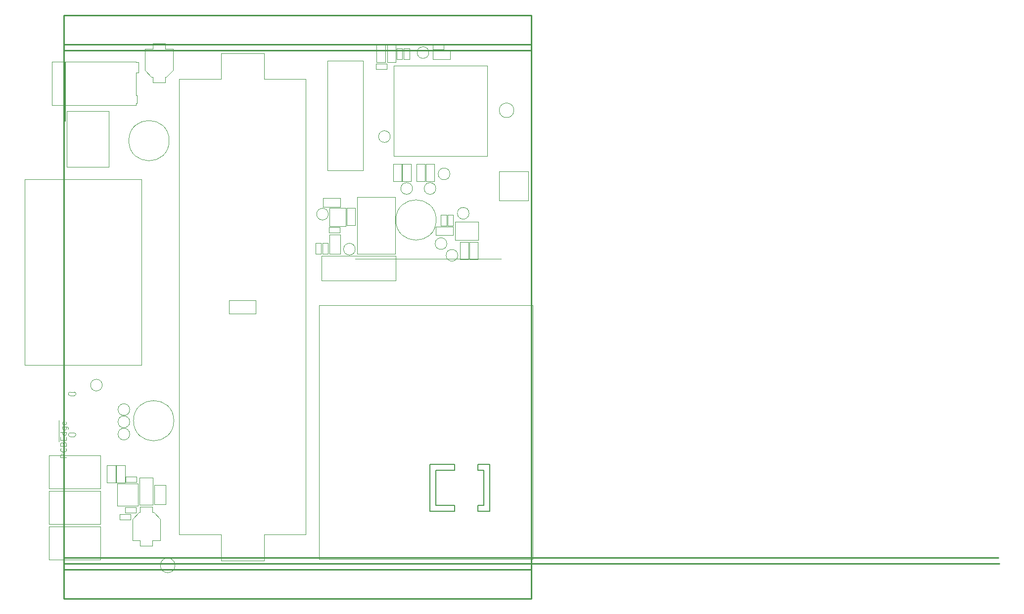
<source format=gbr>
G04 #@! TF.GenerationSoftware,KiCad,Pcbnew,5.1.5+dfsg1-2build2*
G04 #@! TF.CreationDate,2021-09-29T14:40:33+01:00*
G04 #@! TF.ProjectId,OSM_env01,4f534d5f-656e-4763-9031-2e6b69636164,B*
G04 #@! TF.SameCoordinates,Original*
G04 #@! TF.FileFunction,Other,User*
%FSLAX46Y46*%
G04 Gerber Fmt 4.6, Leading zero omitted, Abs format (unit mm)*
G04 Created by KiCad (PCBNEW 5.1.5+dfsg1-2build2) date 2021-09-29 14:40:33*
%MOMM*%
%LPD*%
G04 APERTURE LIST*
%ADD10C,0.150000*%
%ADD11C,0.254000*%
%ADD12C,0.100000*%
%ADD13C,0.050000*%
G04 APERTURE END LIST*
D10*
X155600000Y-113200000D02*
X155600000Y-105200000D01*
X153600000Y-105200000D02*
X155600000Y-105200000D01*
X153600000Y-113200000D02*
X153600000Y-112200000D01*
X153600000Y-113200000D02*
X155600000Y-113200000D01*
X145400000Y-113200000D02*
X145400000Y-105200000D01*
X153600000Y-106200000D02*
X153600000Y-105200000D01*
X149600000Y-106200000D02*
X149600000Y-105200000D01*
X149600000Y-113200000D02*
X145400000Y-113200000D01*
X149600000Y-112200000D02*
X149600000Y-113200000D01*
X147400000Y-112200000D02*
X149600000Y-112200000D01*
X147400000Y-106200000D02*
X149600000Y-106200000D01*
X146400000Y-106200000D02*
X147400000Y-106200000D01*
X146400000Y-112200000D02*
X146400000Y-106200000D01*
X147400000Y-112200000D02*
X146400000Y-112200000D01*
X149600000Y-105200000D02*
X145400000Y-105200000D01*
X153600000Y-112200000D02*
X154600000Y-112200000D01*
X153600000Y-106200000D02*
X154600000Y-106200000D01*
X154600000Y-112200000D02*
X154600000Y-106200000D01*
D11*
X82800000Y-122200000D02*
X242800000Y-122200000D01*
X82700000Y-34200000D02*
X162700000Y-34200000D01*
D12*
X132600000Y-70000000D02*
X157600000Y-70000000D01*
D11*
X82700000Y-33200000D02*
X162700000Y-33200000D01*
X82700000Y-123200000D02*
X162700000Y-123200000D01*
X162700000Y-128200000D02*
X162700000Y-28200000D01*
X82700000Y-128200000D02*
X82700000Y-28200000D01*
D10*
X83000000Y-36300000D02*
X83000000Y-46300000D01*
D11*
X82700000Y-121200000D02*
X242700000Y-121200000D01*
X82700000Y-28200000D02*
X162700000Y-28200000D01*
X82700000Y-128200000D02*
X162700000Y-128200000D01*
D12*
X139200000Y-52350000D02*
X139200000Y-36850000D01*
X155200000Y-36850000D02*
X155200000Y-52350000D01*
X139200000Y-36850000D02*
X155200000Y-36850000D01*
X155200000Y-52350000D02*
X139200000Y-52350000D01*
D13*
X128000000Y-62300000D02*
G75*
G03X128000000Y-62300000I-1000000J0D01*
G01*
X148280000Y-67350000D02*
G75*
G03X148280000Y-67350000I-1000000J0D01*
G01*
X152080000Y-62150000D02*
G75*
G03X152080000Y-62150000I-1000000J0D01*
G01*
X150150000Y-69350000D02*
G75*
G03X150150000Y-69350000I-1000000J0D01*
G01*
X139550000Y-69450000D02*
X126800000Y-69450000D01*
X139550000Y-73650000D02*
X139550000Y-69450000D01*
X126800000Y-73650000D02*
X139550000Y-73650000D01*
X126800000Y-69450000D02*
X126800000Y-73650000D01*
X101550000Y-97700000D02*
G75*
G03X101550000Y-97700000I-3450000J0D01*
G01*
X146450000Y-63300000D02*
G75*
G03X146450000Y-63300000I-3450000J0D01*
G01*
X100750000Y-49700000D02*
G75*
G03X100750000Y-49700000I-3450000J0D01*
G01*
X162950000Y-121450000D02*
X162950000Y-77950000D01*
X162950000Y-77950000D02*
X126450000Y-77950000D01*
X126450000Y-121450000D02*
X126450000Y-77950000D01*
X162950000Y-121450000D02*
X126450000Y-121450000D01*
X145920000Y-34270000D02*
X148880000Y-34270000D01*
X145920000Y-35730000D02*
X145920000Y-34270000D01*
X148880000Y-35730000D02*
X145920000Y-35730000D01*
X148880000Y-34270000D02*
X148880000Y-35730000D01*
X141870000Y-33870000D02*
X141870000Y-35730000D01*
X140930000Y-33870000D02*
X141870000Y-33870000D01*
X140930000Y-35730000D02*
X140930000Y-33870000D01*
X141870000Y-35730000D02*
X140930000Y-35730000D01*
X140670000Y-33870000D02*
X140670000Y-35730000D01*
X139730000Y-33870000D02*
X140670000Y-33870000D01*
X139730000Y-35730000D02*
X139730000Y-33870000D01*
X140670000Y-35730000D02*
X139730000Y-35730000D01*
X148410000Y-64300000D02*
X148410000Y-62440000D01*
X149350000Y-64300000D02*
X148410000Y-64300000D01*
X149350000Y-62440000D02*
X149350000Y-64300000D01*
X148410000Y-62440000D02*
X149350000Y-62440000D01*
X100050000Y-39750000D02*
X100050000Y-38800000D01*
X97950000Y-39750000D02*
X100050000Y-39750000D01*
X97950000Y-38800000D02*
X97950000Y-39750000D01*
X100050000Y-38800000D02*
X100250000Y-38800000D01*
X97750000Y-38800000D02*
X97950000Y-38800000D01*
X97750000Y-38800000D02*
X96600000Y-37650000D01*
X100250000Y-38800000D02*
X101400000Y-37650000D01*
X96600000Y-37650000D02*
X96600000Y-34000000D01*
X101400000Y-37650000D02*
X101400000Y-34000000D01*
X100050000Y-34000000D02*
X101400000Y-34000000D01*
X100050000Y-33050000D02*
X100050000Y-34000000D01*
X97950000Y-33050000D02*
X100050000Y-33050000D01*
X97950000Y-34000000D02*
X97950000Y-33050000D01*
X96600000Y-34000000D02*
X97950000Y-34000000D01*
X152010000Y-67090000D02*
X152010000Y-70050000D01*
X150550000Y-67090000D02*
X152010000Y-67090000D01*
X150550000Y-70050000D02*
X150550000Y-67090000D01*
X152010000Y-70050000D02*
X150550000Y-70050000D01*
X152150000Y-70050000D02*
X152150000Y-67090000D01*
X153610000Y-70050000D02*
X152150000Y-70050000D01*
X153610000Y-67090000D02*
X153610000Y-70050000D01*
X152150000Y-67090000D02*
X153610000Y-67090000D01*
X146400000Y-64440000D02*
X149360000Y-64440000D01*
X146400000Y-65900000D02*
X146400000Y-64440000D01*
X149360000Y-65900000D02*
X146400000Y-65900000D01*
X149360000Y-64440000D02*
X149360000Y-65900000D01*
X115580000Y-79320000D02*
X111020000Y-79320000D01*
X115580000Y-77080000D02*
X115580000Y-79320000D01*
X111020000Y-77080000D02*
X115580000Y-77080000D01*
X111020000Y-79320000D02*
X111020000Y-77080000D01*
X162200000Y-60000000D02*
X157200000Y-60000000D01*
X162200000Y-60000000D02*
X162200000Y-55000000D01*
X157200000Y-55000000D02*
X157200000Y-60000000D01*
X157200000Y-55000000D02*
X162200000Y-55000000D01*
X126770000Y-67270000D02*
X126770000Y-69130000D01*
X125830000Y-67270000D02*
X126770000Y-67270000D01*
X125830000Y-69130000D02*
X125830000Y-67270000D01*
X126770000Y-69130000D02*
X125830000Y-69130000D01*
X147730000Y-34070000D02*
X145870000Y-34070000D01*
X147730000Y-33130000D02*
X147730000Y-34070000D01*
X145870000Y-33130000D02*
X147730000Y-33130000D01*
X145870000Y-34070000D02*
X145870000Y-33130000D01*
X88950000Y-115400000D02*
X88950000Y-109750000D01*
X80200000Y-115400000D02*
X88950000Y-115400000D01*
X80200000Y-109750000D02*
X80200000Y-115400000D01*
X88950000Y-109750000D02*
X80200000Y-109750000D01*
X88950000Y-121500000D02*
X88950000Y-115850000D01*
X80200000Y-121500000D02*
X88950000Y-121500000D01*
X80200000Y-115850000D02*
X80200000Y-121500000D01*
X88950000Y-115850000D02*
X80200000Y-115850000D01*
X88950000Y-109300000D02*
X88950000Y-103650000D01*
X80200000Y-109300000D02*
X88950000Y-109300000D01*
X80200000Y-103650000D02*
X80200000Y-109300000D01*
X88950000Y-103650000D02*
X80200000Y-103650000D01*
X159750000Y-44500000D02*
G75*
G03X159750000Y-44500000I-1250000J0D01*
G01*
X101750000Y-122500000D02*
G75*
G03X101750000Y-122500000I-1250000J0D01*
G01*
D12*
X84500000Y-92800000D02*
G75*
G02X84500000Y-93400000I0J-300000D01*
G01*
X83800000Y-92800000D02*
X84500000Y-92800000D01*
X84500000Y-93400000D02*
X83800000Y-93400000D01*
X83800000Y-93400000D02*
G75*
G02X83800000Y-92800000I0J300000D01*
G01*
X84500000Y-99800000D02*
G75*
G02X84500000Y-100400000I0J-300000D01*
G01*
X83800000Y-99800000D02*
X84500000Y-99800000D01*
X84500000Y-100400000D02*
X83800000Y-100400000D01*
X83800000Y-100400000D02*
G75*
G02X83800000Y-99800000I0J300000D01*
G01*
D13*
X149700000Y-63625000D02*
X153703000Y-63625000D01*
X153703000Y-63625000D02*
X153703000Y-66775000D01*
X153703000Y-66775000D02*
X149700000Y-66775000D01*
X149700000Y-66775000D02*
X149700000Y-63625000D01*
X95506810Y-38051106D02*
X95506810Y-36248530D01*
X95506810Y-36248530D02*
X95121343Y-36248530D01*
X95121343Y-36248530D02*
X95121343Y-36189732D01*
X95121343Y-36189732D02*
X80674059Y-36189730D01*
X80674059Y-36189730D02*
X80674059Y-43610022D01*
X80674059Y-43610022D02*
X95121342Y-43610023D01*
X95121342Y-43610023D02*
X95121342Y-43324722D01*
X95121342Y-43324722D02*
X95228907Y-43324722D01*
X95228907Y-43324722D02*
X95228907Y-41974912D01*
X95228907Y-41974912D02*
X95121342Y-41974912D01*
X95121342Y-41974912D02*
X95121343Y-38051106D01*
X95121343Y-38051106D02*
X95506810Y-38051106D01*
X83200000Y-54200000D02*
X83200000Y-44650000D01*
X83200000Y-44650000D02*
X90450000Y-44650000D01*
X90450000Y-44650000D02*
X90450000Y-54200000D01*
X90450000Y-54200000D02*
X83200000Y-54200000D01*
X94000000Y-100000000D02*
G75*
G03X94000000Y-100000000I-1000000J0D01*
G01*
X94000000Y-95800000D02*
G75*
G03X94000000Y-95800000I-1000000J0D01*
G01*
X139070000Y-56680000D02*
X139070000Y-53720000D01*
X140530000Y-56680000D02*
X139070000Y-56680000D01*
X140530000Y-53720000D02*
X140530000Y-56680000D01*
X139070000Y-53720000D02*
X140530000Y-53720000D01*
X140670000Y-56680000D02*
X140670000Y-53720000D01*
X142130000Y-56680000D02*
X140670000Y-56680000D01*
X142130000Y-53720000D02*
X142130000Y-56680000D01*
X140670000Y-53720000D02*
X142130000Y-53720000D01*
X143070000Y-56680000D02*
X143070000Y-53720000D01*
X144530000Y-56680000D02*
X143070000Y-56680000D01*
X144530000Y-53720000D02*
X144530000Y-56680000D01*
X143070000Y-53720000D02*
X144530000Y-53720000D01*
X144670000Y-56680000D02*
X144670000Y-53720000D01*
X146130000Y-56680000D02*
X144670000Y-56680000D01*
X146130000Y-53720000D02*
X146130000Y-56680000D01*
X144670000Y-53720000D02*
X146130000Y-53720000D01*
X128070000Y-64530000D02*
X129930000Y-64530000D01*
X128070000Y-65470000D02*
X128070000Y-64530000D01*
X129930000Y-65470000D02*
X128070000Y-65470000D01*
X129930000Y-64530000D02*
X129930000Y-65470000D01*
X139450000Y-69130000D02*
X139450000Y-59350000D01*
X132950000Y-69130000D02*
X139450000Y-69130000D01*
X132950000Y-59350000D02*
X132950000Y-69130000D01*
X139450000Y-59350000D02*
X132950000Y-59350000D01*
X93320000Y-107330000D02*
X95180000Y-107330000D01*
X93320000Y-108270000D02*
X93320000Y-107330000D01*
X95180000Y-108270000D02*
X93320000Y-108270000D01*
X95180000Y-107330000D02*
X95180000Y-108270000D01*
X91580000Y-105320000D02*
X91580000Y-108280000D01*
X90120000Y-105320000D02*
X91580000Y-105320000D01*
X90120000Y-108280000D02*
X90120000Y-105320000D01*
X91580000Y-108280000D02*
X90120000Y-108280000D01*
X94180000Y-114670000D02*
X92320000Y-114670000D01*
X94180000Y-113730000D02*
X94180000Y-114670000D01*
X92320000Y-113730000D02*
X94180000Y-113730000D01*
X92320000Y-114670000D02*
X92320000Y-113730000D01*
X137730000Y-33320000D02*
X137730000Y-36280000D01*
X136270000Y-33320000D02*
X137730000Y-33320000D01*
X136270000Y-36280000D02*
X136270000Y-33320000D01*
X137730000Y-36280000D02*
X136270000Y-36280000D01*
X139530000Y-33320000D02*
X139530000Y-36280000D01*
X138070000Y-33320000D02*
X139530000Y-33320000D01*
X138070000Y-36280000D02*
X138070000Y-33320000D01*
X139530000Y-36280000D02*
X138070000Y-36280000D01*
X130050000Y-65770000D02*
X130050000Y-69130000D01*
X128150000Y-65770000D02*
X130050000Y-65770000D01*
X128150000Y-69130000D02*
X128150000Y-65770000D01*
X130050000Y-69130000D02*
X128150000Y-69130000D01*
X127970000Y-67270000D02*
X127970000Y-69130000D01*
X127030000Y-67270000D02*
X127970000Y-67270000D01*
X127030000Y-69130000D02*
X127030000Y-67270000D01*
X127970000Y-69130000D02*
X127030000Y-69130000D01*
X95800000Y-112450000D02*
X95800000Y-113400000D01*
X97900000Y-112450000D02*
X95800000Y-112450000D01*
X97900000Y-113400000D02*
X97900000Y-112450000D01*
X95800000Y-113400000D02*
X95600000Y-113400000D01*
X98100000Y-113400000D02*
X97900000Y-113400000D01*
X98100000Y-113400000D02*
X99250000Y-114550000D01*
X95600000Y-113400000D02*
X94450000Y-114550000D01*
X99250000Y-114550000D02*
X99250000Y-118200000D01*
X94450000Y-114550000D02*
X94450000Y-118200000D01*
X95800000Y-118200000D02*
X94450000Y-118200000D01*
X95800000Y-119150000D02*
X95800000Y-118200000D01*
X97900000Y-119150000D02*
X95800000Y-119150000D01*
X97900000Y-118200000D02*
X97900000Y-119150000D01*
X99250000Y-118200000D02*
X97900000Y-118200000D01*
X93235000Y-112530000D02*
X95095000Y-112530000D01*
X93235000Y-113470000D02*
X93235000Y-112530000D01*
X95095000Y-113470000D02*
X93235000Y-113470000D01*
X95095000Y-112530000D02*
X95095000Y-113470000D01*
X98000000Y-107450000D02*
X95700000Y-107450000D01*
X95700000Y-112150000D02*
X95700000Y-107450000D01*
X98000000Y-112150000D02*
X95700000Y-112150000D01*
X98000000Y-107450000D02*
X98000000Y-112150000D01*
X127860000Y-54800000D02*
X127860000Y-36000000D01*
X133960000Y-54800000D02*
X127860000Y-54800000D01*
X133960000Y-36000000D02*
X133960000Y-54800000D01*
X127860000Y-36000000D02*
X133960000Y-36000000D01*
X147280000Y-64280000D02*
X147280000Y-62420000D01*
X148220000Y-64280000D02*
X147280000Y-64280000D01*
X148220000Y-62420000D02*
X148220000Y-64280000D01*
X147280000Y-62420000D02*
X148220000Y-62420000D01*
X136185000Y-36530000D02*
X138045000Y-36530000D01*
X136185000Y-37470000D02*
X136185000Y-36530000D01*
X138045000Y-37470000D02*
X136185000Y-37470000D01*
X138045000Y-36530000D02*
X138045000Y-37470000D01*
X91720000Y-108280000D02*
X91720000Y-105320000D01*
X93180000Y-108280000D02*
X91720000Y-108280000D01*
X93180000Y-105320000D02*
X93180000Y-108280000D01*
X91720000Y-105320000D02*
X93180000Y-105320000D01*
X132630000Y-61220000D02*
X132630000Y-64180000D01*
X131170000Y-61220000D02*
X132630000Y-61220000D01*
X131170000Y-64180000D02*
X131170000Y-61220000D01*
X132630000Y-64180000D02*
X131170000Y-64180000D01*
X130080000Y-61030000D02*
X127120000Y-61030000D01*
X130080000Y-59570000D02*
X130080000Y-61030000D01*
X127120000Y-59570000D02*
X130080000Y-59570000D01*
X127120000Y-61030000D02*
X127120000Y-59570000D01*
X128200000Y-61200000D02*
X128200000Y-64400000D01*
X131000000Y-61200000D02*
X131000000Y-64400000D01*
X131000000Y-61200000D02*
X128200000Y-61200000D01*
X128200000Y-64400000D02*
X131000000Y-64400000D01*
X95450000Y-108500000D02*
X95450000Y-112300000D01*
X95450000Y-112300000D02*
X91850000Y-112300000D01*
X91850000Y-112300000D02*
X91850000Y-108500000D01*
X91850000Y-108500000D02*
X95450000Y-108500000D01*
X96000000Y-56300000D02*
X76000000Y-56300000D01*
X76000000Y-56300000D02*
X76000000Y-88200000D01*
X76000000Y-88200000D02*
X96000000Y-88200000D01*
X96000000Y-88200000D02*
X96000000Y-56300000D01*
X146400000Y-57900000D02*
G75*
G03X146400000Y-57900000I-1000000J0D01*
G01*
X142400000Y-57900000D02*
G75*
G03X142400000Y-57900000I-1000000J0D01*
G01*
X89300000Y-91600000D02*
G75*
G03X89300000Y-91600000I-1000000J0D01*
G01*
X98250000Y-112080000D02*
X98250000Y-108720000D01*
X100150000Y-112080000D02*
X98250000Y-112080000D01*
X100150000Y-108720000D02*
X100150000Y-112080000D01*
X98250000Y-108720000D02*
X100150000Y-108720000D01*
X94000000Y-97900000D02*
G75*
G03X94000000Y-97900000I-1000000J0D01*
G01*
X116980000Y-34700000D02*
X109620000Y-34700000D01*
X124130000Y-39170000D02*
X116980000Y-39170000D01*
X124130000Y-117230000D02*
X124130000Y-39170000D01*
X102470000Y-117230000D02*
X102470000Y-39170000D01*
X102470000Y-39170000D02*
X109620000Y-39170000D01*
X124130000Y-117230000D02*
X116980000Y-117230000D01*
X102470000Y-117230000D02*
X109620000Y-117230000D01*
X116980000Y-39170000D02*
X116980000Y-34700000D01*
X109620000Y-34700000D02*
X109620000Y-39170000D01*
X109620000Y-121700000D02*
X109620000Y-117230000D01*
X116980000Y-121700000D02*
X109620000Y-121700000D01*
X116980000Y-117230000D02*
X116980000Y-121700000D01*
X138600000Y-49000000D02*
G75*
G03X138600000Y-49000000I-1000000J0D01*
G01*
X148800000Y-55400000D02*
G75*
G03X148800000Y-55400000I-1000000J0D01*
G01*
X145200000Y-34600000D02*
G75*
G03X145200000Y-34600000I-1000000J0D01*
G01*
X132600000Y-68300000D02*
G75*
G03X132600000Y-68300000I-1000000J0D01*
G01*
X83149820Y-104005299D02*
X82149820Y-104005299D01*
X82149820Y-103624346D01*
X82197440Y-103529108D01*
X82245059Y-103481489D01*
X82340297Y-103433870D01*
X82483154Y-103433870D01*
X82578392Y-103481489D01*
X82626011Y-103529108D01*
X82673630Y-103624346D01*
X82673630Y-104005299D01*
X83054582Y-102433870D02*
X83102201Y-102481489D01*
X83149820Y-102624346D01*
X83149820Y-102719584D01*
X83102201Y-102862441D01*
X83006963Y-102957680D01*
X82911725Y-103005299D01*
X82721249Y-103052918D01*
X82578392Y-103052918D01*
X82387916Y-103005299D01*
X82292678Y-102957680D01*
X82197440Y-102862441D01*
X82149820Y-102719584D01*
X82149820Y-102624346D01*
X82197440Y-102481489D01*
X82245059Y-102433870D01*
X82626011Y-101671965D02*
X82673630Y-101529108D01*
X82721249Y-101481489D01*
X82816487Y-101433870D01*
X82959344Y-101433870D01*
X83054582Y-101481489D01*
X83102201Y-101529108D01*
X83149820Y-101624346D01*
X83149820Y-102005299D01*
X82149820Y-102005299D01*
X82149820Y-101671965D01*
X82197440Y-101576727D01*
X82245059Y-101529108D01*
X82340297Y-101481489D01*
X82435535Y-101481489D01*
X82530773Y-101529108D01*
X82578392Y-101576727D01*
X82626011Y-101671965D01*
X82626011Y-102005299D01*
X81912440Y-101243394D02*
X81912440Y-100338632D01*
X82626011Y-101005299D02*
X82626011Y-100671965D01*
X83149820Y-100529108D02*
X83149820Y-101005299D01*
X82149820Y-101005299D01*
X82149820Y-100529108D01*
X81912440Y-100338632D02*
X81912440Y-99433870D01*
X83149820Y-99671965D02*
X82149820Y-99671965D01*
X83102201Y-99671965D02*
X83149820Y-99767203D01*
X83149820Y-99957680D01*
X83102201Y-100052918D01*
X83054582Y-100100537D01*
X82959344Y-100148156D01*
X82673630Y-100148156D01*
X82578392Y-100100537D01*
X82530773Y-100052918D01*
X82483154Y-99957680D01*
X82483154Y-99767203D01*
X82530773Y-99671965D01*
X81912440Y-99433870D02*
X81912440Y-98529108D01*
X82483154Y-98767203D02*
X83292678Y-98767203D01*
X83387916Y-98814822D01*
X83435535Y-98862441D01*
X83483154Y-98957680D01*
X83483154Y-99100537D01*
X83435535Y-99195775D01*
X83102201Y-98767203D02*
X83149820Y-98862441D01*
X83149820Y-99052918D01*
X83102201Y-99148156D01*
X83054582Y-99195775D01*
X82959344Y-99243394D01*
X82673630Y-99243394D01*
X82578392Y-99195775D01*
X82530773Y-99148156D01*
X82483154Y-99052918D01*
X82483154Y-98862441D01*
X82530773Y-98767203D01*
X81912440Y-98529108D02*
X81912440Y-97671965D01*
X83102201Y-97910060D02*
X83149820Y-98005299D01*
X83149820Y-98195775D01*
X83102201Y-98291013D01*
X83006963Y-98338632D01*
X82626011Y-98338632D01*
X82530773Y-98291013D01*
X82483154Y-98195775D01*
X82483154Y-98005299D01*
X82530773Y-97910060D01*
X82626011Y-97862441D01*
X82721249Y-97862441D01*
X82816487Y-98338632D01*
M02*

</source>
